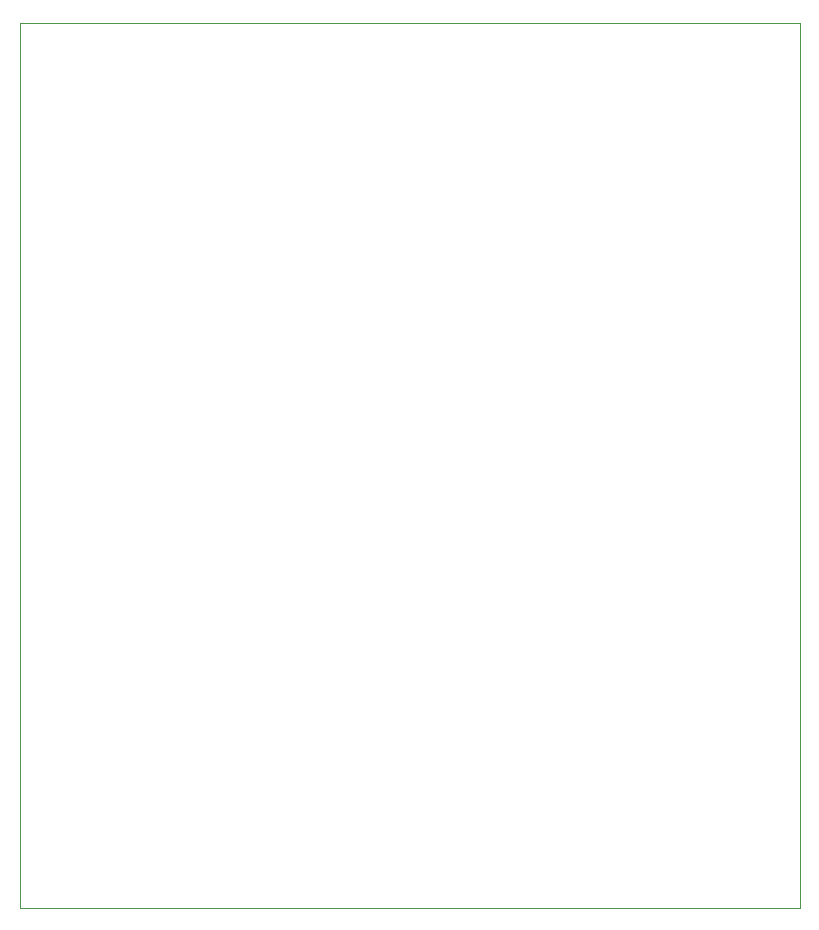
<source format=gbr>
%TF.GenerationSoftware,KiCad,Pcbnew,(5.1.9)-1*%
%TF.CreationDate,2021-05-26T20:45:15+09:00*%
%TF.ProjectId,esp32_nodemcu,65737033-325f-46e6-9f64-656d63752e6b,rev?*%
%TF.SameCoordinates,Original*%
%TF.FileFunction,Profile,NP*%
%FSLAX46Y46*%
G04 Gerber Fmt 4.6, Leading zero omitted, Abs format (unit mm)*
G04 Created by KiCad (PCBNEW (5.1.9)-1) date 2021-05-26 20:45:15*
%MOMM*%
%LPD*%
G01*
G04 APERTURE LIST*
%TA.AperFunction,Profile*%
%ADD10C,0.050000*%
%TD*%
G04 APERTURE END LIST*
D10*
X190500000Y-58420000D02*
X190500000Y-133350000D01*
X124460000Y-58420000D02*
X190500000Y-58420000D01*
X124460000Y-133350000D02*
X124460000Y-58420000D01*
X190500000Y-133350000D02*
X124460000Y-133350000D01*
M02*

</source>
